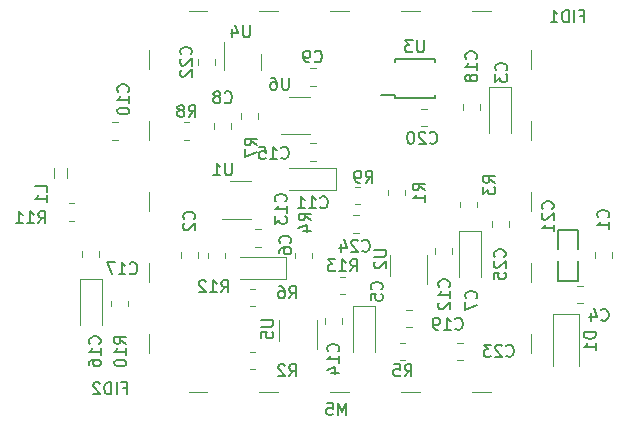
<source format=gbr>
%TF.GenerationSoftware,KiCad,Pcbnew,7.0.8-7.0.8~ubuntu23.04.1*%
%TF.CreationDate,2023-10-24T05:47:13+00:00*%
%TF.ProjectId,PCRD07,50435244-3037-42e6-9b69-6361645f7063,REV*%
%TF.SameCoordinates,PX6bb53e0PY7c5bf00*%
%TF.FileFunction,Legend,Bot*%
%TF.FilePolarity,Positive*%
%FSLAX46Y46*%
G04 Gerber Fmt 4.6, Leading zero omitted, Abs format (unit mm)*
G04 Created by KiCad (PCBNEW 7.0.8-7.0.8~ubuntu23.04.1) date 2023-10-24 05:47:13*
%MOMM*%
%LPD*%
G01*
G04 APERTURE LIST*
%ADD10C,0.150000*%
%ADD11C,0.120000*%
G04 APERTURE END LIST*
D10*
X23219580Y23915667D02*
X23267200Y23963286D01*
X23267200Y23963286D02*
X23314819Y24106143D01*
X23314819Y24106143D02*
X23314819Y24201381D01*
X23314819Y24201381D02*
X23267200Y24344238D01*
X23267200Y24344238D02*
X23171961Y24439476D01*
X23171961Y24439476D02*
X23076723Y24487095D01*
X23076723Y24487095D02*
X22886247Y24534714D01*
X22886247Y24534714D02*
X22743390Y24534714D01*
X22743390Y24534714D02*
X22552914Y24487095D01*
X22552914Y24487095D02*
X22457676Y24439476D01*
X22457676Y24439476D02*
X22362438Y24344238D01*
X22362438Y24344238D02*
X22314819Y24201381D01*
X22314819Y24201381D02*
X22314819Y24106143D01*
X22314819Y24106143D02*
X22362438Y23963286D01*
X22362438Y23963286D02*
X22410057Y23915667D01*
X22410057Y23534714D02*
X22362438Y23487095D01*
X22362438Y23487095D02*
X22314819Y23391857D01*
X22314819Y23391857D02*
X22314819Y23153762D01*
X22314819Y23153762D02*
X22362438Y23058524D01*
X22362438Y23058524D02*
X22410057Y23010905D01*
X22410057Y23010905D02*
X22505295Y22963286D01*
X22505295Y22963286D02*
X22600533Y22963286D01*
X22600533Y22963286D02*
X22743390Y23010905D01*
X22743390Y23010905D02*
X23314819Y23582333D01*
X23314819Y23582333D02*
X23314819Y22963286D01*
X38482819Y21302905D02*
X39292342Y21302905D01*
X39292342Y21302905D02*
X39387580Y21255286D01*
X39387580Y21255286D02*
X39435200Y21207667D01*
X39435200Y21207667D02*
X39482819Y21112429D01*
X39482819Y21112429D02*
X39482819Y20921953D01*
X39482819Y20921953D02*
X39435200Y20826715D01*
X39435200Y20826715D02*
X39387580Y20779096D01*
X39387580Y20779096D02*
X39292342Y20731477D01*
X39292342Y20731477D02*
X38482819Y20731477D01*
X38578057Y20302905D02*
X38530438Y20255286D01*
X38530438Y20255286D02*
X38482819Y20160048D01*
X38482819Y20160048D02*
X38482819Y19921953D01*
X38482819Y19921953D02*
X38530438Y19826715D01*
X38530438Y19826715D02*
X38578057Y19779096D01*
X38578057Y19779096D02*
X38673295Y19731477D01*
X38673295Y19731477D02*
X38768533Y19731477D01*
X38768533Y19731477D02*
X38911390Y19779096D01*
X38911390Y19779096D02*
X39482819Y20350524D01*
X39482819Y20350524D02*
X39482819Y19731477D01*
X58271580Y24042667D02*
X58319200Y24090286D01*
X58319200Y24090286D02*
X58366819Y24233143D01*
X58366819Y24233143D02*
X58366819Y24328381D01*
X58366819Y24328381D02*
X58319200Y24471238D01*
X58319200Y24471238D02*
X58223961Y24566476D01*
X58223961Y24566476D02*
X58128723Y24614095D01*
X58128723Y24614095D02*
X57938247Y24661714D01*
X57938247Y24661714D02*
X57795390Y24661714D01*
X57795390Y24661714D02*
X57604914Y24614095D01*
X57604914Y24614095D02*
X57509676Y24566476D01*
X57509676Y24566476D02*
X57414438Y24471238D01*
X57414438Y24471238D02*
X57366819Y24328381D01*
X57366819Y24328381D02*
X57366819Y24233143D01*
X57366819Y24233143D02*
X57414438Y24090286D01*
X57414438Y24090286D02*
X57462057Y24042667D01*
X58366819Y23090286D02*
X58366819Y23661714D01*
X58366819Y23376000D02*
X57366819Y23376000D01*
X57366819Y23376000D02*
X57509676Y23471238D01*
X57509676Y23471238D02*
X57604914Y23566476D01*
X57604914Y23566476D02*
X57652533Y23661714D01*
X57697666Y15388420D02*
X57745285Y15340800D01*
X57745285Y15340800D02*
X57888142Y15293181D01*
X57888142Y15293181D02*
X57983380Y15293181D01*
X57983380Y15293181D02*
X58126237Y15340800D01*
X58126237Y15340800D02*
X58221475Y15436039D01*
X58221475Y15436039D02*
X58269094Y15531277D01*
X58269094Y15531277D02*
X58316713Y15721753D01*
X58316713Y15721753D02*
X58316713Y15864610D01*
X58316713Y15864610D02*
X58269094Y16055086D01*
X58269094Y16055086D02*
X58221475Y16150324D01*
X58221475Y16150324D02*
X58126237Y16245562D01*
X58126237Y16245562D02*
X57983380Y16293181D01*
X57983380Y16293181D02*
X57888142Y16293181D01*
X57888142Y16293181D02*
X57745285Y16245562D01*
X57745285Y16245562D02*
X57697666Y16197943D01*
X56840523Y15959848D02*
X56840523Y15293181D01*
X57078618Y16340800D02*
X57316713Y15626515D01*
X57316713Y15626515D02*
X56697666Y15626515D01*
X47095580Y17184667D02*
X47143200Y17232286D01*
X47143200Y17232286D02*
X47190819Y17375143D01*
X47190819Y17375143D02*
X47190819Y17470381D01*
X47190819Y17470381D02*
X47143200Y17613238D01*
X47143200Y17613238D02*
X47047961Y17708476D01*
X47047961Y17708476D02*
X46952723Y17756095D01*
X46952723Y17756095D02*
X46762247Y17803714D01*
X46762247Y17803714D02*
X46619390Y17803714D01*
X46619390Y17803714D02*
X46428914Y17756095D01*
X46428914Y17756095D02*
X46333676Y17708476D01*
X46333676Y17708476D02*
X46238438Y17613238D01*
X46238438Y17613238D02*
X46190819Y17470381D01*
X46190819Y17470381D02*
X46190819Y17375143D01*
X46190819Y17375143D02*
X46238438Y17232286D01*
X46238438Y17232286D02*
X46286057Y17184667D01*
X46190819Y16851333D02*
X46190819Y16184667D01*
X46190819Y16184667D02*
X47190819Y16613238D01*
X25820666Y33803420D02*
X25868285Y33755800D01*
X25868285Y33755800D02*
X26011142Y33708181D01*
X26011142Y33708181D02*
X26106380Y33708181D01*
X26106380Y33708181D02*
X26249237Y33755800D01*
X26249237Y33755800D02*
X26344475Y33851039D01*
X26344475Y33851039D02*
X26392094Y33946277D01*
X26392094Y33946277D02*
X26439713Y34136753D01*
X26439713Y34136753D02*
X26439713Y34279610D01*
X26439713Y34279610D02*
X26392094Y34470086D01*
X26392094Y34470086D02*
X26344475Y34565324D01*
X26344475Y34565324D02*
X26249237Y34660562D01*
X26249237Y34660562D02*
X26106380Y34708181D01*
X26106380Y34708181D02*
X26011142Y34708181D01*
X26011142Y34708181D02*
X25868285Y34660562D01*
X25868285Y34660562D02*
X25820666Y34612943D01*
X25249237Y34279610D02*
X25344475Y34327229D01*
X25344475Y34327229D02*
X25392094Y34374848D01*
X25392094Y34374848D02*
X25439713Y34470086D01*
X25439713Y34470086D02*
X25439713Y34517705D01*
X25439713Y34517705D02*
X25392094Y34612943D01*
X25392094Y34612943D02*
X25344475Y34660562D01*
X25344475Y34660562D02*
X25249237Y34708181D01*
X25249237Y34708181D02*
X25058761Y34708181D01*
X25058761Y34708181D02*
X24963523Y34660562D01*
X24963523Y34660562D02*
X24915904Y34612943D01*
X24915904Y34612943D02*
X24868285Y34517705D01*
X24868285Y34517705D02*
X24868285Y34470086D01*
X24868285Y34470086D02*
X24915904Y34374848D01*
X24915904Y34374848D02*
X24963523Y34327229D01*
X24963523Y34327229D02*
X25058761Y34279610D01*
X25058761Y34279610D02*
X25249237Y34279610D01*
X25249237Y34279610D02*
X25344475Y34231991D01*
X25344475Y34231991D02*
X25392094Y34184372D01*
X25392094Y34184372D02*
X25439713Y34089134D01*
X25439713Y34089134D02*
X25439713Y33898658D01*
X25439713Y33898658D02*
X25392094Y33803420D01*
X25392094Y33803420D02*
X25344475Y33755800D01*
X25344475Y33755800D02*
X25249237Y33708181D01*
X25249237Y33708181D02*
X25058761Y33708181D01*
X25058761Y33708181D02*
X24963523Y33755800D01*
X24963523Y33755800D02*
X24915904Y33803420D01*
X24915904Y33803420D02*
X24868285Y33898658D01*
X24868285Y33898658D02*
X24868285Y34089134D01*
X24868285Y34089134D02*
X24915904Y34184372D01*
X24915904Y34184372D02*
X24963523Y34231991D01*
X24963523Y34231991D02*
X25058761Y34279610D01*
X33440666Y37261420D02*
X33488285Y37213800D01*
X33488285Y37213800D02*
X33631142Y37166181D01*
X33631142Y37166181D02*
X33726380Y37166181D01*
X33726380Y37166181D02*
X33869237Y37213800D01*
X33869237Y37213800D02*
X33964475Y37309039D01*
X33964475Y37309039D02*
X34012094Y37404277D01*
X34012094Y37404277D02*
X34059713Y37594753D01*
X34059713Y37594753D02*
X34059713Y37737610D01*
X34059713Y37737610D02*
X34012094Y37928086D01*
X34012094Y37928086D02*
X33964475Y38023324D01*
X33964475Y38023324D02*
X33869237Y38118562D01*
X33869237Y38118562D02*
X33726380Y38166181D01*
X33726380Y38166181D02*
X33631142Y38166181D01*
X33631142Y38166181D02*
X33488285Y38118562D01*
X33488285Y38118562D02*
X33440666Y38070943D01*
X32964475Y37166181D02*
X32773999Y37166181D01*
X32773999Y37166181D02*
X32678761Y37213800D01*
X32678761Y37213800D02*
X32631142Y37261420D01*
X32631142Y37261420D02*
X32535904Y37404277D01*
X32535904Y37404277D02*
X32488285Y37594753D01*
X32488285Y37594753D02*
X32488285Y37975705D01*
X32488285Y37975705D02*
X32535904Y38070943D01*
X32535904Y38070943D02*
X32583523Y38118562D01*
X32583523Y38118562D02*
X32678761Y38166181D01*
X32678761Y38166181D02*
X32869237Y38166181D01*
X32869237Y38166181D02*
X32964475Y38118562D01*
X32964475Y38118562D02*
X33012094Y38070943D01*
X33012094Y38070943D02*
X33059713Y37975705D01*
X33059713Y37975705D02*
X33059713Y37737610D01*
X33059713Y37737610D02*
X33012094Y37642372D01*
X33012094Y37642372D02*
X32964475Y37594753D01*
X32964475Y37594753D02*
X32869237Y37547134D01*
X32869237Y37547134D02*
X32678761Y37547134D01*
X32678761Y37547134D02*
X32583523Y37594753D01*
X32583523Y37594753D02*
X32535904Y37642372D01*
X32535904Y37642372D02*
X32488285Y37737610D01*
X44809580Y18168858D02*
X44857200Y18216477D01*
X44857200Y18216477D02*
X44904819Y18359334D01*
X44904819Y18359334D02*
X44904819Y18454572D01*
X44904819Y18454572D02*
X44857200Y18597429D01*
X44857200Y18597429D02*
X44761961Y18692667D01*
X44761961Y18692667D02*
X44666723Y18740286D01*
X44666723Y18740286D02*
X44476247Y18787905D01*
X44476247Y18787905D02*
X44333390Y18787905D01*
X44333390Y18787905D02*
X44142914Y18740286D01*
X44142914Y18740286D02*
X44047676Y18692667D01*
X44047676Y18692667D02*
X43952438Y18597429D01*
X43952438Y18597429D02*
X43904819Y18454572D01*
X43904819Y18454572D02*
X43904819Y18359334D01*
X43904819Y18359334D02*
X43952438Y18216477D01*
X43952438Y18216477D02*
X44000057Y18168858D01*
X44904819Y17216477D02*
X44904819Y17787905D01*
X44904819Y17502191D02*
X43904819Y17502191D01*
X43904819Y17502191D02*
X44047676Y17597429D01*
X44047676Y17597429D02*
X44142914Y17692667D01*
X44142914Y17692667D02*
X44190533Y17787905D01*
X44000057Y16835524D02*
X43952438Y16787905D01*
X43952438Y16787905D02*
X43904819Y16692667D01*
X43904819Y16692667D02*
X43904819Y16454572D01*
X43904819Y16454572D02*
X43952438Y16359334D01*
X43952438Y16359334D02*
X44000057Y16311715D01*
X44000057Y16311715D02*
X44095295Y16264096D01*
X44095295Y16264096D02*
X44190533Y16264096D01*
X44190533Y16264096D02*
X44333390Y16311715D01*
X44333390Y16311715D02*
X44904819Y16883143D01*
X44904819Y16883143D02*
X44904819Y16264096D01*
X30966580Y25407858D02*
X31014200Y25455477D01*
X31014200Y25455477D02*
X31061819Y25598334D01*
X31061819Y25598334D02*
X31061819Y25693572D01*
X31061819Y25693572D02*
X31014200Y25836429D01*
X31014200Y25836429D02*
X30918961Y25931667D01*
X30918961Y25931667D02*
X30823723Y25979286D01*
X30823723Y25979286D02*
X30633247Y26026905D01*
X30633247Y26026905D02*
X30490390Y26026905D01*
X30490390Y26026905D02*
X30299914Y25979286D01*
X30299914Y25979286D02*
X30204676Y25931667D01*
X30204676Y25931667D02*
X30109438Y25836429D01*
X30109438Y25836429D02*
X30061819Y25693572D01*
X30061819Y25693572D02*
X30061819Y25598334D01*
X30061819Y25598334D02*
X30109438Y25455477D01*
X30109438Y25455477D02*
X30157057Y25407858D01*
X31061819Y24455477D02*
X31061819Y25026905D01*
X31061819Y24741191D02*
X30061819Y24741191D01*
X30061819Y24741191D02*
X30204676Y24836429D01*
X30204676Y24836429D02*
X30299914Y24931667D01*
X30299914Y24931667D02*
X30347533Y25026905D01*
X30061819Y24122143D02*
X30061819Y23503096D01*
X30061819Y23503096D02*
X30442771Y23836429D01*
X30442771Y23836429D02*
X30442771Y23693572D01*
X30442771Y23693572D02*
X30490390Y23598334D01*
X30490390Y23598334D02*
X30538009Y23550715D01*
X30538009Y23550715D02*
X30633247Y23503096D01*
X30633247Y23503096D02*
X30871342Y23503096D01*
X30871342Y23503096D02*
X30966580Y23550715D01*
X30966580Y23550715D02*
X31014200Y23598334D01*
X31014200Y23598334D02*
X31061819Y23693572D01*
X31061819Y23693572D02*
X31061819Y23979286D01*
X31061819Y23979286D02*
X31014200Y24074524D01*
X31014200Y24074524D02*
X30966580Y24122143D01*
X35411580Y12707858D02*
X35459200Y12755477D01*
X35459200Y12755477D02*
X35506819Y12898334D01*
X35506819Y12898334D02*
X35506819Y12993572D01*
X35506819Y12993572D02*
X35459200Y13136429D01*
X35459200Y13136429D02*
X35363961Y13231667D01*
X35363961Y13231667D02*
X35268723Y13279286D01*
X35268723Y13279286D02*
X35078247Y13326905D01*
X35078247Y13326905D02*
X34935390Y13326905D01*
X34935390Y13326905D02*
X34744914Y13279286D01*
X34744914Y13279286D02*
X34649676Y13231667D01*
X34649676Y13231667D02*
X34554438Y13136429D01*
X34554438Y13136429D02*
X34506819Y12993572D01*
X34506819Y12993572D02*
X34506819Y12898334D01*
X34506819Y12898334D02*
X34554438Y12755477D01*
X34554438Y12755477D02*
X34602057Y12707858D01*
X35506819Y11755477D02*
X35506819Y12326905D01*
X35506819Y12041191D02*
X34506819Y12041191D01*
X34506819Y12041191D02*
X34649676Y12136429D01*
X34649676Y12136429D02*
X34744914Y12231667D01*
X34744914Y12231667D02*
X34792533Y12326905D01*
X34840152Y10898334D02*
X35506819Y10898334D01*
X34459200Y11136429D02*
X35173485Y11374524D01*
X35173485Y11374524D02*
X35173485Y10755477D01*
X45346857Y14626420D02*
X45394476Y14578800D01*
X45394476Y14578800D02*
X45537333Y14531181D01*
X45537333Y14531181D02*
X45632571Y14531181D01*
X45632571Y14531181D02*
X45775428Y14578800D01*
X45775428Y14578800D02*
X45870666Y14674039D01*
X45870666Y14674039D02*
X45918285Y14769277D01*
X45918285Y14769277D02*
X45965904Y14959753D01*
X45965904Y14959753D02*
X45965904Y15102610D01*
X45965904Y15102610D02*
X45918285Y15293086D01*
X45918285Y15293086D02*
X45870666Y15388324D01*
X45870666Y15388324D02*
X45775428Y15483562D01*
X45775428Y15483562D02*
X45632571Y15531181D01*
X45632571Y15531181D02*
X45537333Y15531181D01*
X45537333Y15531181D02*
X45394476Y15483562D01*
X45394476Y15483562D02*
X45346857Y15435943D01*
X44394476Y14531181D02*
X44965904Y14531181D01*
X44680190Y14531181D02*
X44680190Y15531181D01*
X44680190Y15531181D02*
X44775428Y15388324D01*
X44775428Y15388324D02*
X44870666Y15293086D01*
X44870666Y15293086D02*
X44965904Y15245467D01*
X43918285Y14531181D02*
X43727809Y14531181D01*
X43727809Y14531181D02*
X43632571Y14578800D01*
X43632571Y14578800D02*
X43584952Y14626420D01*
X43584952Y14626420D02*
X43489714Y14769277D01*
X43489714Y14769277D02*
X43442095Y14959753D01*
X43442095Y14959753D02*
X43442095Y15340705D01*
X43442095Y15340705D02*
X43489714Y15435943D01*
X43489714Y15435943D02*
X43537333Y15483562D01*
X43537333Y15483562D02*
X43632571Y15531181D01*
X43632571Y15531181D02*
X43823047Y15531181D01*
X43823047Y15531181D02*
X43918285Y15483562D01*
X43918285Y15483562D02*
X43965904Y15435943D01*
X43965904Y15435943D02*
X44013523Y15340705D01*
X44013523Y15340705D02*
X44013523Y15102610D01*
X44013523Y15102610D02*
X43965904Y15007372D01*
X43965904Y15007372D02*
X43918285Y14959753D01*
X43918285Y14959753D02*
X43823047Y14912134D01*
X43823047Y14912134D02*
X43632571Y14912134D01*
X43632571Y14912134D02*
X43537333Y14959753D01*
X43537333Y14959753D02*
X43489714Y15007372D01*
X43489714Y15007372D02*
X43442095Y15102610D01*
X57223819Y14327095D02*
X56223819Y14327095D01*
X56223819Y14327095D02*
X56223819Y14089000D01*
X56223819Y14089000D02*
X56271438Y13946143D01*
X56271438Y13946143D02*
X56366676Y13850905D01*
X56366676Y13850905D02*
X56461914Y13803286D01*
X56461914Y13803286D02*
X56652390Y13755667D01*
X56652390Y13755667D02*
X56795247Y13755667D01*
X56795247Y13755667D02*
X56985723Y13803286D01*
X56985723Y13803286D02*
X57080961Y13850905D01*
X57080961Y13850905D02*
X57176200Y13946143D01*
X57176200Y13946143D02*
X57223819Y14089000D01*
X57223819Y14089000D02*
X57223819Y14327095D01*
X57223819Y12803286D02*
X57223819Y13374714D01*
X57223819Y13089000D02*
X56223819Y13089000D01*
X56223819Y13089000D02*
X56366676Y13184238D01*
X56366676Y13184238D02*
X56461914Y13279476D01*
X56461914Y13279476D02*
X56509533Y13374714D01*
X42745819Y26328667D02*
X42269628Y26662000D01*
X42745819Y26900095D02*
X41745819Y26900095D01*
X41745819Y26900095D02*
X41745819Y26519143D01*
X41745819Y26519143D02*
X41793438Y26423905D01*
X41793438Y26423905D02*
X41841057Y26376286D01*
X41841057Y26376286D02*
X41936295Y26328667D01*
X41936295Y26328667D02*
X42079152Y26328667D01*
X42079152Y26328667D02*
X42174390Y26376286D01*
X42174390Y26376286D02*
X42222009Y26423905D01*
X42222009Y26423905D02*
X42269628Y26519143D01*
X42269628Y26519143D02*
X42269628Y26900095D01*
X42745819Y25376286D02*
X42745819Y25947714D01*
X42745819Y25662000D02*
X41745819Y25662000D01*
X41745819Y25662000D02*
X41888676Y25757238D01*
X41888676Y25757238D02*
X41983914Y25852476D01*
X41983914Y25852476D02*
X42031533Y25947714D01*
X48714819Y26963667D02*
X48238628Y27297000D01*
X48714819Y27535095D02*
X47714819Y27535095D01*
X47714819Y27535095D02*
X47714819Y27154143D01*
X47714819Y27154143D02*
X47762438Y27058905D01*
X47762438Y27058905D02*
X47810057Y27011286D01*
X47810057Y27011286D02*
X47905295Y26963667D01*
X47905295Y26963667D02*
X48048152Y26963667D01*
X48048152Y26963667D02*
X48143390Y27011286D01*
X48143390Y27011286D02*
X48191009Y27058905D01*
X48191009Y27058905D02*
X48238628Y27154143D01*
X48238628Y27154143D02*
X48238628Y27535095D01*
X47714819Y26630333D02*
X47714819Y26011286D01*
X47714819Y26011286D02*
X48095771Y26344619D01*
X48095771Y26344619D02*
X48095771Y26201762D01*
X48095771Y26201762D02*
X48143390Y26106524D01*
X48143390Y26106524D02*
X48191009Y26058905D01*
X48191009Y26058905D02*
X48286247Y26011286D01*
X48286247Y26011286D02*
X48524342Y26011286D01*
X48524342Y26011286D02*
X48619580Y26058905D01*
X48619580Y26058905D02*
X48667200Y26106524D01*
X48667200Y26106524D02*
X48714819Y26201762D01*
X48714819Y26201762D02*
X48714819Y26487476D01*
X48714819Y26487476D02*
X48667200Y26582714D01*
X48667200Y26582714D02*
X48619580Y26630333D01*
X33093819Y23788667D02*
X32617628Y24122000D01*
X33093819Y24360095D02*
X32093819Y24360095D01*
X32093819Y24360095D02*
X32093819Y23979143D01*
X32093819Y23979143D02*
X32141438Y23883905D01*
X32141438Y23883905D02*
X32189057Y23836286D01*
X32189057Y23836286D02*
X32284295Y23788667D01*
X32284295Y23788667D02*
X32427152Y23788667D01*
X32427152Y23788667D02*
X32522390Y23836286D01*
X32522390Y23836286D02*
X32570009Y23883905D01*
X32570009Y23883905D02*
X32617628Y23979143D01*
X32617628Y23979143D02*
X32617628Y24360095D01*
X32427152Y22931524D02*
X33093819Y22931524D01*
X32046200Y23169619D02*
X32760485Y23407714D01*
X32760485Y23407714D02*
X32760485Y22788667D01*
X41060666Y10595181D02*
X41393999Y11071372D01*
X41632094Y10595181D02*
X41632094Y11595181D01*
X41632094Y11595181D02*
X41251142Y11595181D01*
X41251142Y11595181D02*
X41155904Y11547562D01*
X41155904Y11547562D02*
X41108285Y11499943D01*
X41108285Y11499943D02*
X41060666Y11404705D01*
X41060666Y11404705D02*
X41060666Y11261848D01*
X41060666Y11261848D02*
X41108285Y11166610D01*
X41108285Y11166610D02*
X41155904Y11118991D01*
X41155904Y11118991D02*
X41251142Y11071372D01*
X41251142Y11071372D02*
X41632094Y11071372D01*
X40155904Y11595181D02*
X40632094Y11595181D01*
X40632094Y11595181D02*
X40679713Y11118991D01*
X40679713Y11118991D02*
X40632094Y11166610D01*
X40632094Y11166610D02*
X40536856Y11214229D01*
X40536856Y11214229D02*
X40298761Y11214229D01*
X40298761Y11214229D02*
X40203523Y11166610D01*
X40203523Y11166610D02*
X40155904Y11118991D01*
X40155904Y11118991D02*
X40108285Y11023753D01*
X40108285Y11023753D02*
X40108285Y10785658D01*
X40108285Y10785658D02*
X40155904Y10690420D01*
X40155904Y10690420D02*
X40203523Y10642800D01*
X40203523Y10642800D02*
X40298761Y10595181D01*
X40298761Y10595181D02*
X40536856Y10595181D01*
X40536856Y10595181D02*
X40632094Y10642800D01*
X40632094Y10642800D02*
X40679713Y10690420D01*
X25534857Y17706181D02*
X25868190Y18182372D01*
X26106285Y17706181D02*
X26106285Y18706181D01*
X26106285Y18706181D02*
X25725333Y18706181D01*
X25725333Y18706181D02*
X25630095Y18658562D01*
X25630095Y18658562D02*
X25582476Y18610943D01*
X25582476Y18610943D02*
X25534857Y18515705D01*
X25534857Y18515705D02*
X25534857Y18372848D01*
X25534857Y18372848D02*
X25582476Y18277610D01*
X25582476Y18277610D02*
X25630095Y18229991D01*
X25630095Y18229991D02*
X25725333Y18182372D01*
X25725333Y18182372D02*
X26106285Y18182372D01*
X24582476Y17706181D02*
X25153904Y17706181D01*
X24868190Y17706181D02*
X24868190Y18706181D01*
X24868190Y18706181D02*
X24963428Y18563324D01*
X24963428Y18563324D02*
X25058666Y18468086D01*
X25058666Y18468086D02*
X25153904Y18420467D01*
X24201523Y18610943D02*
X24153904Y18658562D01*
X24153904Y18658562D02*
X24058666Y18706181D01*
X24058666Y18706181D02*
X23820571Y18706181D01*
X23820571Y18706181D02*
X23725333Y18658562D01*
X23725333Y18658562D02*
X23677714Y18610943D01*
X23677714Y18610943D02*
X23630095Y18515705D01*
X23630095Y18515705D02*
X23630095Y18420467D01*
X23630095Y18420467D02*
X23677714Y18277610D01*
X23677714Y18277610D02*
X24249142Y17706181D01*
X24249142Y17706181D02*
X23630095Y17706181D01*
X36456857Y19483181D02*
X36790190Y19959372D01*
X37028285Y19483181D02*
X37028285Y20483181D01*
X37028285Y20483181D02*
X36647333Y20483181D01*
X36647333Y20483181D02*
X36552095Y20435562D01*
X36552095Y20435562D02*
X36504476Y20387943D01*
X36504476Y20387943D02*
X36456857Y20292705D01*
X36456857Y20292705D02*
X36456857Y20149848D01*
X36456857Y20149848D02*
X36504476Y20054610D01*
X36504476Y20054610D02*
X36552095Y20006991D01*
X36552095Y20006991D02*
X36647333Y19959372D01*
X36647333Y19959372D02*
X37028285Y19959372D01*
X35504476Y19483181D02*
X36075904Y19483181D01*
X35790190Y19483181D02*
X35790190Y20483181D01*
X35790190Y20483181D02*
X35885428Y20340324D01*
X35885428Y20340324D02*
X35980666Y20245086D01*
X35980666Y20245086D02*
X36075904Y20197467D01*
X35171142Y20483181D02*
X34552095Y20483181D01*
X34552095Y20483181D02*
X34885428Y20102229D01*
X34885428Y20102229D02*
X34742571Y20102229D01*
X34742571Y20102229D02*
X34647333Y20054610D01*
X34647333Y20054610D02*
X34599714Y20006991D01*
X34599714Y20006991D02*
X34552095Y19911753D01*
X34552095Y19911753D02*
X34552095Y19673658D01*
X34552095Y19673658D02*
X34599714Y19578420D01*
X34599714Y19578420D02*
X34647333Y19530800D01*
X34647333Y19530800D02*
X34742571Y19483181D01*
X34742571Y19483181D02*
X35028285Y19483181D01*
X35028285Y19483181D02*
X35123523Y19530800D01*
X35123523Y19530800D02*
X35171142Y19578420D01*
X53572580Y24772858D02*
X53620200Y24820477D01*
X53620200Y24820477D02*
X53667819Y24963334D01*
X53667819Y24963334D02*
X53667819Y25058572D01*
X53667819Y25058572D02*
X53620200Y25201429D01*
X53620200Y25201429D02*
X53524961Y25296667D01*
X53524961Y25296667D02*
X53429723Y25344286D01*
X53429723Y25344286D02*
X53239247Y25391905D01*
X53239247Y25391905D02*
X53096390Y25391905D01*
X53096390Y25391905D02*
X52905914Y25344286D01*
X52905914Y25344286D02*
X52810676Y25296667D01*
X52810676Y25296667D02*
X52715438Y25201429D01*
X52715438Y25201429D02*
X52667819Y25058572D01*
X52667819Y25058572D02*
X52667819Y24963334D01*
X52667819Y24963334D02*
X52715438Y24820477D01*
X52715438Y24820477D02*
X52763057Y24772858D01*
X52763057Y24391905D02*
X52715438Y24344286D01*
X52715438Y24344286D02*
X52667819Y24249048D01*
X52667819Y24249048D02*
X52667819Y24010953D01*
X52667819Y24010953D02*
X52715438Y23915715D01*
X52715438Y23915715D02*
X52763057Y23868096D01*
X52763057Y23868096D02*
X52858295Y23820477D01*
X52858295Y23820477D02*
X52953533Y23820477D01*
X52953533Y23820477D02*
X53096390Y23868096D01*
X53096390Y23868096D02*
X53667819Y24439524D01*
X53667819Y24439524D02*
X53667819Y23820477D01*
X53667819Y22868096D02*
X53667819Y23439524D01*
X53667819Y23153810D02*
X52667819Y23153810D01*
X52667819Y23153810D02*
X52810676Y23249048D01*
X52810676Y23249048D02*
X52905914Y23344286D01*
X52905914Y23344286D02*
X52953533Y23439524D01*
X36089523Y7317181D02*
X36089523Y8317181D01*
X36089523Y8317181D02*
X35756190Y7602896D01*
X35756190Y7602896D02*
X35422857Y8317181D01*
X35422857Y8317181D02*
X35422857Y7317181D01*
X34470476Y8317181D02*
X34946666Y8317181D01*
X34946666Y8317181D02*
X34994285Y7840991D01*
X34994285Y7840991D02*
X34946666Y7888610D01*
X34946666Y7888610D02*
X34851428Y7936229D01*
X34851428Y7936229D02*
X34613333Y7936229D01*
X34613333Y7936229D02*
X34518095Y7888610D01*
X34518095Y7888610D02*
X34470476Y7840991D01*
X34470476Y7840991D02*
X34422857Y7745753D01*
X34422857Y7745753D02*
X34422857Y7507658D01*
X34422857Y7507658D02*
X34470476Y7412420D01*
X34470476Y7412420D02*
X34518095Y7364800D01*
X34518095Y7364800D02*
X34613333Y7317181D01*
X34613333Y7317181D02*
X34851428Y7317181D01*
X34851428Y7317181D02*
X34946666Y7364800D01*
X34946666Y7364800D02*
X34994285Y7412420D01*
X28918819Y15366905D02*
X29728342Y15366905D01*
X29728342Y15366905D02*
X29823580Y15319286D01*
X29823580Y15319286D02*
X29871200Y15271667D01*
X29871200Y15271667D02*
X29918819Y15176429D01*
X29918819Y15176429D02*
X29918819Y14985953D01*
X29918819Y14985953D02*
X29871200Y14890715D01*
X29871200Y14890715D02*
X29823580Y14843096D01*
X29823580Y14843096D02*
X29728342Y14795477D01*
X29728342Y14795477D02*
X28918819Y14795477D01*
X28918819Y13843096D02*
X28918819Y14319286D01*
X28918819Y14319286D02*
X29395009Y14366905D01*
X29395009Y14366905D02*
X29347390Y14319286D01*
X29347390Y14319286D02*
X29299771Y14224048D01*
X29299771Y14224048D02*
X29299771Y13985953D01*
X29299771Y13985953D02*
X29347390Y13890715D01*
X29347390Y13890715D02*
X29395009Y13843096D01*
X29395009Y13843096D02*
X29490247Y13795477D01*
X29490247Y13795477D02*
X29728342Y13795477D01*
X29728342Y13795477D02*
X29823580Y13843096D01*
X29823580Y13843096D02*
X29871200Y13890715D01*
X29871200Y13890715D02*
X29918819Y13985953D01*
X29918819Y13985953D02*
X29918819Y14224048D01*
X29918819Y14224048D02*
X29871200Y14319286D01*
X29871200Y14319286D02*
X29823580Y14366905D01*
X26415904Y28622181D02*
X26415904Y27812658D01*
X26415904Y27812658D02*
X26368285Y27717420D01*
X26368285Y27717420D02*
X26320666Y27669800D01*
X26320666Y27669800D02*
X26225428Y27622181D01*
X26225428Y27622181D02*
X26034952Y27622181D01*
X26034952Y27622181D02*
X25939714Y27669800D01*
X25939714Y27669800D02*
X25892095Y27717420D01*
X25892095Y27717420D02*
X25844476Y27812658D01*
X25844476Y27812658D02*
X25844476Y28622181D01*
X24844476Y27622181D02*
X25415904Y27622181D01*
X25130190Y27622181D02*
X25130190Y28622181D01*
X25130190Y28622181D02*
X25225428Y28479324D01*
X25225428Y28479324D02*
X25320666Y28384086D01*
X25320666Y28384086D02*
X25415904Y28336467D01*
X47095580Y37472858D02*
X47143200Y37520477D01*
X47143200Y37520477D02*
X47190819Y37663334D01*
X47190819Y37663334D02*
X47190819Y37758572D01*
X47190819Y37758572D02*
X47143200Y37901429D01*
X47143200Y37901429D02*
X47047961Y37996667D01*
X47047961Y37996667D02*
X46952723Y38044286D01*
X46952723Y38044286D02*
X46762247Y38091905D01*
X46762247Y38091905D02*
X46619390Y38091905D01*
X46619390Y38091905D02*
X46428914Y38044286D01*
X46428914Y38044286D02*
X46333676Y37996667D01*
X46333676Y37996667D02*
X46238438Y37901429D01*
X46238438Y37901429D02*
X46190819Y37758572D01*
X46190819Y37758572D02*
X46190819Y37663334D01*
X46190819Y37663334D02*
X46238438Y37520477D01*
X46238438Y37520477D02*
X46286057Y37472858D01*
X47190819Y36520477D02*
X47190819Y37091905D01*
X47190819Y36806191D02*
X46190819Y36806191D01*
X46190819Y36806191D02*
X46333676Y36901429D01*
X46333676Y36901429D02*
X46428914Y36996667D01*
X46428914Y36996667D02*
X46476533Y37091905D01*
X46619390Y35949048D02*
X46571771Y36044286D01*
X46571771Y36044286D02*
X46524152Y36091905D01*
X46524152Y36091905D02*
X46428914Y36139524D01*
X46428914Y36139524D02*
X46381295Y36139524D01*
X46381295Y36139524D02*
X46286057Y36091905D01*
X46286057Y36091905D02*
X46238438Y36044286D01*
X46238438Y36044286D02*
X46190819Y35949048D01*
X46190819Y35949048D02*
X46190819Y35758572D01*
X46190819Y35758572D02*
X46238438Y35663334D01*
X46238438Y35663334D02*
X46286057Y35615715D01*
X46286057Y35615715D02*
X46381295Y35568096D01*
X46381295Y35568096D02*
X46428914Y35568096D01*
X46428914Y35568096D02*
X46524152Y35615715D01*
X46524152Y35615715D02*
X46571771Y35663334D01*
X46571771Y35663334D02*
X46619390Y35758572D01*
X46619390Y35758572D02*
X46619390Y35949048D01*
X46619390Y35949048D02*
X46667009Y36044286D01*
X46667009Y36044286D02*
X46714628Y36091905D01*
X46714628Y36091905D02*
X46809866Y36139524D01*
X46809866Y36139524D02*
X47000342Y36139524D01*
X47000342Y36139524D02*
X47095580Y36091905D01*
X47095580Y36091905D02*
X47143200Y36044286D01*
X47143200Y36044286D02*
X47190819Y35949048D01*
X47190819Y35949048D02*
X47190819Y35758572D01*
X47190819Y35758572D02*
X47143200Y35663334D01*
X47143200Y35663334D02*
X47095580Y35615715D01*
X47095580Y35615715D02*
X47000342Y35568096D01*
X47000342Y35568096D02*
X46809866Y35568096D01*
X46809866Y35568096D02*
X46714628Y35615715D01*
X46714628Y35615715D02*
X46667009Y35663334D01*
X46667009Y35663334D02*
X46619390Y35758572D01*
X33916857Y24913420D02*
X33964476Y24865800D01*
X33964476Y24865800D02*
X34107333Y24818181D01*
X34107333Y24818181D02*
X34202571Y24818181D01*
X34202571Y24818181D02*
X34345428Y24865800D01*
X34345428Y24865800D02*
X34440666Y24961039D01*
X34440666Y24961039D02*
X34488285Y25056277D01*
X34488285Y25056277D02*
X34535904Y25246753D01*
X34535904Y25246753D02*
X34535904Y25389610D01*
X34535904Y25389610D02*
X34488285Y25580086D01*
X34488285Y25580086D02*
X34440666Y25675324D01*
X34440666Y25675324D02*
X34345428Y25770562D01*
X34345428Y25770562D02*
X34202571Y25818181D01*
X34202571Y25818181D02*
X34107333Y25818181D01*
X34107333Y25818181D02*
X33964476Y25770562D01*
X33964476Y25770562D02*
X33916857Y25722943D01*
X32964476Y24818181D02*
X33535904Y24818181D01*
X33250190Y24818181D02*
X33250190Y25818181D01*
X33250190Y25818181D02*
X33345428Y25675324D01*
X33345428Y25675324D02*
X33440666Y25580086D01*
X33440666Y25580086D02*
X33535904Y25532467D01*
X32012095Y24818181D02*
X32583523Y24818181D01*
X32297809Y24818181D02*
X32297809Y25818181D01*
X32297809Y25818181D02*
X32393047Y25675324D01*
X32393047Y25675324D02*
X32488285Y25580086D01*
X32488285Y25580086D02*
X32583523Y25532467D01*
X43187857Y30374420D02*
X43235476Y30326800D01*
X43235476Y30326800D02*
X43378333Y30279181D01*
X43378333Y30279181D02*
X43473571Y30279181D01*
X43473571Y30279181D02*
X43616428Y30326800D01*
X43616428Y30326800D02*
X43711666Y30422039D01*
X43711666Y30422039D02*
X43759285Y30517277D01*
X43759285Y30517277D02*
X43806904Y30707753D01*
X43806904Y30707753D02*
X43806904Y30850610D01*
X43806904Y30850610D02*
X43759285Y31041086D01*
X43759285Y31041086D02*
X43711666Y31136324D01*
X43711666Y31136324D02*
X43616428Y31231562D01*
X43616428Y31231562D02*
X43473571Y31279181D01*
X43473571Y31279181D02*
X43378333Y31279181D01*
X43378333Y31279181D02*
X43235476Y31231562D01*
X43235476Y31231562D02*
X43187857Y31183943D01*
X42806904Y31183943D02*
X42759285Y31231562D01*
X42759285Y31231562D02*
X42664047Y31279181D01*
X42664047Y31279181D02*
X42425952Y31279181D01*
X42425952Y31279181D02*
X42330714Y31231562D01*
X42330714Y31231562D02*
X42283095Y31183943D01*
X42283095Y31183943D02*
X42235476Y31088705D01*
X42235476Y31088705D02*
X42235476Y30993467D01*
X42235476Y30993467D02*
X42283095Y30850610D01*
X42283095Y30850610D02*
X42854523Y30279181D01*
X42854523Y30279181D02*
X42235476Y30279181D01*
X41616428Y31279181D02*
X41521190Y31279181D01*
X41521190Y31279181D02*
X41425952Y31231562D01*
X41425952Y31231562D02*
X41378333Y31183943D01*
X41378333Y31183943D02*
X41330714Y31088705D01*
X41330714Y31088705D02*
X41283095Y30898229D01*
X41283095Y30898229D02*
X41283095Y30660134D01*
X41283095Y30660134D02*
X41330714Y30469658D01*
X41330714Y30469658D02*
X41378333Y30374420D01*
X41378333Y30374420D02*
X41425952Y30326800D01*
X41425952Y30326800D02*
X41521190Y30279181D01*
X41521190Y30279181D02*
X41616428Y30279181D01*
X41616428Y30279181D02*
X41711666Y30326800D01*
X41711666Y30326800D02*
X41759285Y30374420D01*
X41759285Y30374420D02*
X41806904Y30469658D01*
X41806904Y30469658D02*
X41854523Y30660134D01*
X41854523Y30660134D02*
X41854523Y30898229D01*
X41854523Y30898229D02*
X41806904Y31088705D01*
X41806904Y31088705D02*
X41759285Y31183943D01*
X41759285Y31183943D02*
X41711666Y31231562D01*
X41711666Y31231562D02*
X41616428Y31279181D01*
X10040857Y23548181D02*
X10374190Y24024372D01*
X10612285Y23548181D02*
X10612285Y24548181D01*
X10612285Y24548181D02*
X10231333Y24548181D01*
X10231333Y24548181D02*
X10136095Y24500562D01*
X10136095Y24500562D02*
X10088476Y24452943D01*
X10088476Y24452943D02*
X10040857Y24357705D01*
X10040857Y24357705D02*
X10040857Y24214848D01*
X10040857Y24214848D02*
X10088476Y24119610D01*
X10088476Y24119610D02*
X10136095Y24071991D01*
X10136095Y24071991D02*
X10231333Y24024372D01*
X10231333Y24024372D02*
X10612285Y24024372D01*
X9088476Y23548181D02*
X9659904Y23548181D01*
X9374190Y23548181D02*
X9374190Y24548181D01*
X9374190Y24548181D02*
X9469428Y24405324D01*
X9469428Y24405324D02*
X9564666Y24310086D01*
X9564666Y24310086D02*
X9659904Y24262467D01*
X8136095Y23548181D02*
X8707523Y23548181D01*
X8421809Y23548181D02*
X8421809Y24548181D01*
X8421809Y24548181D02*
X8517047Y24405324D01*
X8517047Y24405324D02*
X8612285Y24310086D01*
X8612285Y24310086D02*
X8707523Y24262467D01*
X39094580Y17946667D02*
X39142200Y17994286D01*
X39142200Y17994286D02*
X39189819Y18137143D01*
X39189819Y18137143D02*
X39189819Y18232381D01*
X39189819Y18232381D02*
X39142200Y18375238D01*
X39142200Y18375238D02*
X39046961Y18470476D01*
X39046961Y18470476D02*
X38951723Y18518095D01*
X38951723Y18518095D02*
X38761247Y18565714D01*
X38761247Y18565714D02*
X38618390Y18565714D01*
X38618390Y18565714D02*
X38427914Y18518095D01*
X38427914Y18518095D02*
X38332676Y18470476D01*
X38332676Y18470476D02*
X38237438Y18375238D01*
X38237438Y18375238D02*
X38189819Y18232381D01*
X38189819Y18232381D02*
X38189819Y18137143D01*
X38189819Y18137143D02*
X38237438Y17994286D01*
X38237438Y17994286D02*
X38285057Y17946667D01*
X38189819Y17041905D02*
X38189819Y17518095D01*
X38189819Y17518095D02*
X38666009Y17565714D01*
X38666009Y17565714D02*
X38618390Y17518095D01*
X38618390Y17518095D02*
X38570771Y17422857D01*
X38570771Y17422857D02*
X38570771Y17184762D01*
X38570771Y17184762D02*
X38618390Y17089524D01*
X38618390Y17089524D02*
X38666009Y17041905D01*
X38666009Y17041905D02*
X38761247Y16994286D01*
X38761247Y16994286D02*
X38999342Y16994286D01*
X38999342Y16994286D02*
X39094580Y17041905D01*
X39094580Y17041905D02*
X39142200Y17089524D01*
X39142200Y17089524D02*
X39189819Y17184762D01*
X39189819Y17184762D02*
X39189819Y17422857D01*
X39189819Y17422857D02*
X39142200Y17518095D01*
X39142200Y17518095D02*
X39094580Y17565714D01*
X42671904Y39026181D02*
X42671904Y38216658D01*
X42671904Y38216658D02*
X42624285Y38121420D01*
X42624285Y38121420D02*
X42576666Y38073800D01*
X42576666Y38073800D02*
X42481428Y38026181D01*
X42481428Y38026181D02*
X42290952Y38026181D01*
X42290952Y38026181D02*
X42195714Y38073800D01*
X42195714Y38073800D02*
X42148095Y38121420D01*
X42148095Y38121420D02*
X42100476Y38216658D01*
X42100476Y38216658D02*
X42100476Y39026181D01*
X41719523Y39026181D02*
X41100476Y39026181D01*
X41100476Y39026181D02*
X41433809Y38645229D01*
X41433809Y38645229D02*
X41290952Y38645229D01*
X41290952Y38645229D02*
X41195714Y38597610D01*
X41195714Y38597610D02*
X41148095Y38549991D01*
X41148095Y38549991D02*
X41100476Y38454753D01*
X41100476Y38454753D02*
X41100476Y38216658D01*
X41100476Y38216658D02*
X41148095Y38121420D01*
X41148095Y38121420D02*
X41195714Y38073800D01*
X41195714Y38073800D02*
X41290952Y38026181D01*
X41290952Y38026181D02*
X41576666Y38026181D01*
X41576666Y38026181D02*
X41671904Y38073800D01*
X41671904Y38073800D02*
X41719523Y38121420D01*
X31281666Y17198181D02*
X31614999Y17674372D01*
X31853094Y17198181D02*
X31853094Y18198181D01*
X31853094Y18198181D02*
X31472142Y18198181D01*
X31472142Y18198181D02*
X31376904Y18150562D01*
X31376904Y18150562D02*
X31329285Y18102943D01*
X31329285Y18102943D02*
X31281666Y18007705D01*
X31281666Y18007705D02*
X31281666Y17864848D01*
X31281666Y17864848D02*
X31329285Y17769610D01*
X31329285Y17769610D02*
X31376904Y17721991D01*
X31376904Y17721991D02*
X31472142Y17674372D01*
X31472142Y17674372D02*
X31853094Y17674372D01*
X30424523Y18198181D02*
X30614999Y18198181D01*
X30614999Y18198181D02*
X30710237Y18150562D01*
X30710237Y18150562D02*
X30757856Y18102943D01*
X30757856Y18102943D02*
X30853094Y17960086D01*
X30853094Y17960086D02*
X30900713Y17769610D01*
X30900713Y17769610D02*
X30900713Y17388658D01*
X30900713Y17388658D02*
X30853094Y17293420D01*
X30853094Y17293420D02*
X30805475Y17245800D01*
X30805475Y17245800D02*
X30710237Y17198181D01*
X30710237Y17198181D02*
X30519761Y17198181D01*
X30519761Y17198181D02*
X30424523Y17245800D01*
X30424523Y17245800D02*
X30376904Y17293420D01*
X30376904Y17293420D02*
X30329285Y17388658D01*
X30329285Y17388658D02*
X30329285Y17626753D01*
X30329285Y17626753D02*
X30376904Y17721991D01*
X30376904Y17721991D02*
X30424523Y17769610D01*
X30424523Y17769610D02*
X30519761Y17817229D01*
X30519761Y17817229D02*
X30710237Y17817229D01*
X30710237Y17817229D02*
X30805475Y17769610D01*
X30805475Y17769610D02*
X30853094Y17721991D01*
X30853094Y17721991D02*
X30900713Y17626753D01*
X27939904Y40296181D02*
X27939904Y39486658D01*
X27939904Y39486658D02*
X27892285Y39391420D01*
X27892285Y39391420D02*
X27844666Y39343800D01*
X27844666Y39343800D02*
X27749428Y39296181D01*
X27749428Y39296181D02*
X27558952Y39296181D01*
X27558952Y39296181D02*
X27463714Y39343800D01*
X27463714Y39343800D02*
X27416095Y39391420D01*
X27416095Y39391420D02*
X27368476Y39486658D01*
X27368476Y39486658D02*
X27368476Y40296181D01*
X26463714Y39962848D02*
X26463714Y39296181D01*
X26701809Y40343800D02*
X26939904Y39629515D01*
X26939904Y39629515D02*
X26320857Y39629515D01*
X31347580Y21883667D02*
X31395200Y21931286D01*
X31395200Y21931286D02*
X31442819Y22074143D01*
X31442819Y22074143D02*
X31442819Y22169381D01*
X31442819Y22169381D02*
X31395200Y22312238D01*
X31395200Y22312238D02*
X31299961Y22407476D01*
X31299961Y22407476D02*
X31204723Y22455095D01*
X31204723Y22455095D02*
X31014247Y22502714D01*
X31014247Y22502714D02*
X30871390Y22502714D01*
X30871390Y22502714D02*
X30680914Y22455095D01*
X30680914Y22455095D02*
X30585676Y22407476D01*
X30585676Y22407476D02*
X30490438Y22312238D01*
X30490438Y22312238D02*
X30442819Y22169381D01*
X30442819Y22169381D02*
X30442819Y22074143D01*
X30442819Y22074143D02*
X30490438Y21931286D01*
X30490438Y21931286D02*
X30538057Y21883667D01*
X30442819Y21026524D02*
X30442819Y21217000D01*
X30442819Y21217000D02*
X30490438Y21312238D01*
X30490438Y21312238D02*
X30538057Y21359857D01*
X30538057Y21359857D02*
X30680914Y21455095D01*
X30680914Y21455095D02*
X30871390Y21502714D01*
X30871390Y21502714D02*
X31252342Y21502714D01*
X31252342Y21502714D02*
X31347580Y21455095D01*
X31347580Y21455095D02*
X31395200Y21407476D01*
X31395200Y21407476D02*
X31442819Y21312238D01*
X31442819Y21312238D02*
X31442819Y21121762D01*
X31442819Y21121762D02*
X31395200Y21026524D01*
X31395200Y21026524D02*
X31347580Y20978905D01*
X31347580Y20978905D02*
X31252342Y20931286D01*
X31252342Y20931286D02*
X31014247Y20931286D01*
X31014247Y20931286D02*
X30919009Y20978905D01*
X30919009Y20978905D02*
X30871390Y21026524D01*
X30871390Y21026524D02*
X30823771Y21121762D01*
X30823771Y21121762D02*
X30823771Y21312238D01*
X30823771Y21312238D02*
X30871390Y21407476D01*
X30871390Y21407476D02*
X30919009Y21455095D01*
X30919009Y21455095D02*
X31014247Y21502714D01*
X17787857Y19325420D02*
X17835476Y19277800D01*
X17835476Y19277800D02*
X17978333Y19230181D01*
X17978333Y19230181D02*
X18073571Y19230181D01*
X18073571Y19230181D02*
X18216428Y19277800D01*
X18216428Y19277800D02*
X18311666Y19373039D01*
X18311666Y19373039D02*
X18359285Y19468277D01*
X18359285Y19468277D02*
X18406904Y19658753D01*
X18406904Y19658753D02*
X18406904Y19801610D01*
X18406904Y19801610D02*
X18359285Y19992086D01*
X18359285Y19992086D02*
X18311666Y20087324D01*
X18311666Y20087324D02*
X18216428Y20182562D01*
X18216428Y20182562D02*
X18073571Y20230181D01*
X18073571Y20230181D02*
X17978333Y20230181D01*
X17978333Y20230181D02*
X17835476Y20182562D01*
X17835476Y20182562D02*
X17787857Y20134943D01*
X16835476Y19230181D02*
X17406904Y19230181D01*
X17121190Y19230181D02*
X17121190Y20230181D01*
X17121190Y20230181D02*
X17216428Y20087324D01*
X17216428Y20087324D02*
X17311666Y19992086D01*
X17311666Y19992086D02*
X17406904Y19944467D01*
X16502142Y20230181D02*
X15835476Y20230181D01*
X15835476Y20230181D02*
X16264047Y19230181D01*
X30614857Y29104420D02*
X30662476Y29056800D01*
X30662476Y29056800D02*
X30805333Y29009181D01*
X30805333Y29009181D02*
X30900571Y29009181D01*
X30900571Y29009181D02*
X31043428Y29056800D01*
X31043428Y29056800D02*
X31138666Y29152039D01*
X31138666Y29152039D02*
X31186285Y29247277D01*
X31186285Y29247277D02*
X31233904Y29437753D01*
X31233904Y29437753D02*
X31233904Y29580610D01*
X31233904Y29580610D02*
X31186285Y29771086D01*
X31186285Y29771086D02*
X31138666Y29866324D01*
X31138666Y29866324D02*
X31043428Y29961562D01*
X31043428Y29961562D02*
X30900571Y30009181D01*
X30900571Y30009181D02*
X30805333Y30009181D01*
X30805333Y30009181D02*
X30662476Y29961562D01*
X30662476Y29961562D02*
X30614857Y29913943D01*
X29662476Y29009181D02*
X30233904Y29009181D01*
X29948190Y29009181D02*
X29948190Y30009181D01*
X29948190Y30009181D02*
X30043428Y29866324D01*
X30043428Y29866324D02*
X30138666Y29771086D01*
X30138666Y29771086D02*
X30233904Y29723467D01*
X28757714Y30009181D02*
X29233904Y30009181D01*
X29233904Y30009181D02*
X29281523Y29532991D01*
X29281523Y29532991D02*
X29233904Y29580610D01*
X29233904Y29580610D02*
X29138666Y29628229D01*
X29138666Y29628229D02*
X28900571Y29628229D01*
X28900571Y29628229D02*
X28805333Y29580610D01*
X28805333Y29580610D02*
X28757714Y29532991D01*
X28757714Y29532991D02*
X28710095Y29437753D01*
X28710095Y29437753D02*
X28710095Y29199658D01*
X28710095Y29199658D02*
X28757714Y29104420D01*
X28757714Y29104420D02*
X28805333Y29056800D01*
X28805333Y29056800D02*
X28900571Y29009181D01*
X28900571Y29009181D02*
X29138666Y29009181D01*
X29138666Y29009181D02*
X29233904Y29056800D01*
X29233904Y29056800D02*
X29281523Y29104420D01*
X22936580Y37853858D02*
X22984200Y37901477D01*
X22984200Y37901477D02*
X23031819Y38044334D01*
X23031819Y38044334D02*
X23031819Y38139572D01*
X23031819Y38139572D02*
X22984200Y38282429D01*
X22984200Y38282429D02*
X22888961Y38377667D01*
X22888961Y38377667D02*
X22793723Y38425286D01*
X22793723Y38425286D02*
X22603247Y38472905D01*
X22603247Y38472905D02*
X22460390Y38472905D01*
X22460390Y38472905D02*
X22269914Y38425286D01*
X22269914Y38425286D02*
X22174676Y38377667D01*
X22174676Y38377667D02*
X22079438Y38282429D01*
X22079438Y38282429D02*
X22031819Y38139572D01*
X22031819Y38139572D02*
X22031819Y38044334D01*
X22031819Y38044334D02*
X22079438Y37901477D01*
X22079438Y37901477D02*
X22127057Y37853858D01*
X22127057Y37472905D02*
X22079438Y37425286D01*
X22079438Y37425286D02*
X22031819Y37330048D01*
X22031819Y37330048D02*
X22031819Y37091953D01*
X22031819Y37091953D02*
X22079438Y36996715D01*
X22079438Y36996715D02*
X22127057Y36949096D01*
X22127057Y36949096D02*
X22222295Y36901477D01*
X22222295Y36901477D02*
X22317533Y36901477D01*
X22317533Y36901477D02*
X22460390Y36949096D01*
X22460390Y36949096D02*
X23031819Y37520524D01*
X23031819Y37520524D02*
X23031819Y36901477D01*
X22127057Y36520524D02*
X22079438Y36472905D01*
X22079438Y36472905D02*
X22031819Y36377667D01*
X22031819Y36377667D02*
X22031819Y36139572D01*
X22031819Y36139572D02*
X22079438Y36044334D01*
X22079438Y36044334D02*
X22127057Y35996715D01*
X22127057Y35996715D02*
X22222295Y35949096D01*
X22222295Y35949096D02*
X22317533Y35949096D01*
X22317533Y35949096D02*
X22460390Y35996715D01*
X22460390Y35996715D02*
X23031819Y36568143D01*
X23031819Y36568143D02*
X23031819Y35949096D01*
X37758666Y26977181D02*
X38091999Y27453372D01*
X38330094Y26977181D02*
X38330094Y27977181D01*
X38330094Y27977181D02*
X37949142Y27977181D01*
X37949142Y27977181D02*
X37853904Y27929562D01*
X37853904Y27929562D02*
X37806285Y27881943D01*
X37806285Y27881943D02*
X37758666Y27786705D01*
X37758666Y27786705D02*
X37758666Y27643848D01*
X37758666Y27643848D02*
X37806285Y27548610D01*
X37806285Y27548610D02*
X37853904Y27500991D01*
X37853904Y27500991D02*
X37949142Y27453372D01*
X37949142Y27453372D02*
X38330094Y27453372D01*
X37282475Y26977181D02*
X37091999Y26977181D01*
X37091999Y26977181D02*
X36996761Y27024800D01*
X36996761Y27024800D02*
X36949142Y27072420D01*
X36949142Y27072420D02*
X36853904Y27215277D01*
X36853904Y27215277D02*
X36806285Y27405753D01*
X36806285Y27405753D02*
X36806285Y27786705D01*
X36806285Y27786705D02*
X36853904Y27881943D01*
X36853904Y27881943D02*
X36901523Y27929562D01*
X36901523Y27929562D02*
X36996761Y27977181D01*
X36996761Y27977181D02*
X37187237Y27977181D01*
X37187237Y27977181D02*
X37282475Y27929562D01*
X37282475Y27929562D02*
X37330094Y27881943D01*
X37330094Y27881943D02*
X37377713Y27786705D01*
X37377713Y27786705D02*
X37377713Y27548610D01*
X37377713Y27548610D02*
X37330094Y27453372D01*
X37330094Y27453372D02*
X37282475Y27405753D01*
X37282475Y27405753D02*
X37187237Y27358134D01*
X37187237Y27358134D02*
X36996761Y27358134D01*
X36996761Y27358134D02*
X36901523Y27405753D01*
X36901523Y27405753D02*
X36853904Y27453372D01*
X36853904Y27453372D02*
X36806285Y27548610D01*
X22772666Y32564181D02*
X23105999Y33040372D01*
X23344094Y32564181D02*
X23344094Y33564181D01*
X23344094Y33564181D02*
X22963142Y33564181D01*
X22963142Y33564181D02*
X22867904Y33516562D01*
X22867904Y33516562D02*
X22820285Y33468943D01*
X22820285Y33468943D02*
X22772666Y33373705D01*
X22772666Y33373705D02*
X22772666Y33230848D01*
X22772666Y33230848D02*
X22820285Y33135610D01*
X22820285Y33135610D02*
X22867904Y33087991D01*
X22867904Y33087991D02*
X22963142Y33040372D01*
X22963142Y33040372D02*
X23344094Y33040372D01*
X22201237Y33135610D02*
X22296475Y33183229D01*
X22296475Y33183229D02*
X22344094Y33230848D01*
X22344094Y33230848D02*
X22391713Y33326086D01*
X22391713Y33326086D02*
X22391713Y33373705D01*
X22391713Y33373705D02*
X22344094Y33468943D01*
X22344094Y33468943D02*
X22296475Y33516562D01*
X22296475Y33516562D02*
X22201237Y33564181D01*
X22201237Y33564181D02*
X22010761Y33564181D01*
X22010761Y33564181D02*
X21915523Y33516562D01*
X21915523Y33516562D02*
X21867904Y33468943D01*
X21867904Y33468943D02*
X21820285Y33373705D01*
X21820285Y33373705D02*
X21820285Y33326086D01*
X21820285Y33326086D02*
X21867904Y33230848D01*
X21867904Y33230848D02*
X21915523Y33183229D01*
X21915523Y33183229D02*
X22010761Y33135610D01*
X22010761Y33135610D02*
X22201237Y33135610D01*
X22201237Y33135610D02*
X22296475Y33087991D01*
X22296475Y33087991D02*
X22344094Y33040372D01*
X22344094Y33040372D02*
X22391713Y32945134D01*
X22391713Y32945134D02*
X22391713Y32754658D01*
X22391713Y32754658D02*
X22344094Y32659420D01*
X22344094Y32659420D02*
X22296475Y32611800D01*
X22296475Y32611800D02*
X22201237Y32564181D01*
X22201237Y32564181D02*
X22010761Y32564181D01*
X22010761Y32564181D02*
X21915523Y32611800D01*
X21915523Y32611800D02*
X21867904Y32659420D01*
X21867904Y32659420D02*
X21820285Y32754658D01*
X21820285Y32754658D02*
X21820285Y32945134D01*
X21820285Y32945134D02*
X21867904Y33040372D01*
X21867904Y33040372D02*
X21915523Y33087991D01*
X21915523Y33087991D02*
X22010761Y33135610D01*
X49635580Y36488667D02*
X49683200Y36536286D01*
X49683200Y36536286D02*
X49730819Y36679143D01*
X49730819Y36679143D02*
X49730819Y36774381D01*
X49730819Y36774381D02*
X49683200Y36917238D01*
X49683200Y36917238D02*
X49587961Y37012476D01*
X49587961Y37012476D02*
X49492723Y37060095D01*
X49492723Y37060095D02*
X49302247Y37107714D01*
X49302247Y37107714D02*
X49159390Y37107714D01*
X49159390Y37107714D02*
X48968914Y37060095D01*
X48968914Y37060095D02*
X48873676Y37012476D01*
X48873676Y37012476D02*
X48778438Y36917238D01*
X48778438Y36917238D02*
X48730819Y36774381D01*
X48730819Y36774381D02*
X48730819Y36679143D01*
X48730819Y36679143D02*
X48778438Y36536286D01*
X48778438Y36536286D02*
X48826057Y36488667D01*
X48730819Y36155333D02*
X48730819Y35536286D01*
X48730819Y35536286D02*
X49111771Y35869619D01*
X49111771Y35869619D02*
X49111771Y35726762D01*
X49111771Y35726762D02*
X49159390Y35631524D01*
X49159390Y35631524D02*
X49207009Y35583905D01*
X49207009Y35583905D02*
X49302247Y35536286D01*
X49302247Y35536286D02*
X49540342Y35536286D01*
X49540342Y35536286D02*
X49635580Y35583905D01*
X49635580Y35583905D02*
X49683200Y35631524D01*
X49683200Y35631524D02*
X49730819Y35726762D01*
X49730819Y35726762D02*
X49730819Y36012476D01*
X49730819Y36012476D02*
X49683200Y36107714D01*
X49683200Y36107714D02*
X49635580Y36155333D01*
X17200428Y9593991D02*
X17533761Y9593991D01*
X17533761Y9070181D02*
X17533761Y10070181D01*
X17533761Y10070181D02*
X17057571Y10070181D01*
X16676618Y9070181D02*
X16676618Y10070181D01*
X16200428Y9070181D02*
X16200428Y10070181D01*
X16200428Y10070181D02*
X15962333Y10070181D01*
X15962333Y10070181D02*
X15819476Y10022562D01*
X15819476Y10022562D02*
X15724238Y9927324D01*
X15724238Y9927324D02*
X15676619Y9832086D01*
X15676619Y9832086D02*
X15629000Y9641610D01*
X15629000Y9641610D02*
X15629000Y9498753D01*
X15629000Y9498753D02*
X15676619Y9308277D01*
X15676619Y9308277D02*
X15724238Y9213039D01*
X15724238Y9213039D02*
X15819476Y9117800D01*
X15819476Y9117800D02*
X15962333Y9070181D01*
X15962333Y9070181D02*
X16200428Y9070181D01*
X15248047Y9974943D02*
X15200428Y10022562D01*
X15200428Y10022562D02*
X15105190Y10070181D01*
X15105190Y10070181D02*
X14867095Y10070181D01*
X14867095Y10070181D02*
X14771857Y10022562D01*
X14771857Y10022562D02*
X14724238Y9974943D01*
X14724238Y9974943D02*
X14676619Y9879705D01*
X14676619Y9879705D02*
X14676619Y9784467D01*
X14676619Y9784467D02*
X14724238Y9641610D01*
X14724238Y9641610D02*
X15295666Y9070181D01*
X15295666Y9070181D02*
X14676619Y9070181D01*
X31281666Y10594181D02*
X31614999Y11070372D01*
X31853094Y10594181D02*
X31853094Y11594181D01*
X31853094Y11594181D02*
X31472142Y11594181D01*
X31472142Y11594181D02*
X31376904Y11546562D01*
X31376904Y11546562D02*
X31329285Y11498943D01*
X31329285Y11498943D02*
X31281666Y11403705D01*
X31281666Y11403705D02*
X31281666Y11260848D01*
X31281666Y11260848D02*
X31329285Y11165610D01*
X31329285Y11165610D02*
X31376904Y11117991D01*
X31376904Y11117991D02*
X31472142Y11070372D01*
X31472142Y11070372D02*
X31853094Y11070372D01*
X30900713Y11498943D02*
X30853094Y11546562D01*
X30853094Y11546562D02*
X30757856Y11594181D01*
X30757856Y11594181D02*
X30519761Y11594181D01*
X30519761Y11594181D02*
X30424523Y11546562D01*
X30424523Y11546562D02*
X30376904Y11498943D01*
X30376904Y11498943D02*
X30329285Y11403705D01*
X30329285Y11403705D02*
X30329285Y11308467D01*
X30329285Y11308467D02*
X30376904Y11165610D01*
X30376904Y11165610D02*
X30948332Y10594181D01*
X30948332Y10594181D02*
X30329285Y10594181D01*
X37472857Y21230420D02*
X37520476Y21182800D01*
X37520476Y21182800D02*
X37663333Y21135181D01*
X37663333Y21135181D02*
X37758571Y21135181D01*
X37758571Y21135181D02*
X37901428Y21182800D01*
X37901428Y21182800D02*
X37996666Y21278039D01*
X37996666Y21278039D02*
X38044285Y21373277D01*
X38044285Y21373277D02*
X38091904Y21563753D01*
X38091904Y21563753D02*
X38091904Y21706610D01*
X38091904Y21706610D02*
X38044285Y21897086D01*
X38044285Y21897086D02*
X37996666Y21992324D01*
X37996666Y21992324D02*
X37901428Y22087562D01*
X37901428Y22087562D02*
X37758571Y22135181D01*
X37758571Y22135181D02*
X37663333Y22135181D01*
X37663333Y22135181D02*
X37520476Y22087562D01*
X37520476Y22087562D02*
X37472857Y22039943D01*
X37091904Y22039943D02*
X37044285Y22087562D01*
X37044285Y22087562D02*
X36949047Y22135181D01*
X36949047Y22135181D02*
X36710952Y22135181D01*
X36710952Y22135181D02*
X36615714Y22087562D01*
X36615714Y22087562D02*
X36568095Y22039943D01*
X36568095Y22039943D02*
X36520476Y21944705D01*
X36520476Y21944705D02*
X36520476Y21849467D01*
X36520476Y21849467D02*
X36568095Y21706610D01*
X36568095Y21706610D02*
X37139523Y21135181D01*
X37139523Y21135181D02*
X36520476Y21135181D01*
X35663333Y21801848D02*
X35663333Y21135181D01*
X35901428Y22182800D02*
X36139523Y21468515D01*
X36139523Y21468515D02*
X35520476Y21468515D01*
X28521819Y30138667D02*
X28045628Y30472000D01*
X28521819Y30710095D02*
X27521819Y30710095D01*
X27521819Y30710095D02*
X27521819Y30329143D01*
X27521819Y30329143D02*
X27569438Y30233905D01*
X27569438Y30233905D02*
X27617057Y30186286D01*
X27617057Y30186286D02*
X27712295Y30138667D01*
X27712295Y30138667D02*
X27855152Y30138667D01*
X27855152Y30138667D02*
X27950390Y30186286D01*
X27950390Y30186286D02*
X27998009Y30233905D01*
X27998009Y30233905D02*
X28045628Y30329143D01*
X28045628Y30329143D02*
X28045628Y30710095D01*
X27521819Y29805333D02*
X27521819Y29138667D01*
X27521819Y29138667D02*
X28521819Y29567238D01*
X17631580Y34678858D02*
X17679200Y34726477D01*
X17679200Y34726477D02*
X17726819Y34869334D01*
X17726819Y34869334D02*
X17726819Y34964572D01*
X17726819Y34964572D02*
X17679200Y35107429D01*
X17679200Y35107429D02*
X17583961Y35202667D01*
X17583961Y35202667D02*
X17488723Y35250286D01*
X17488723Y35250286D02*
X17298247Y35297905D01*
X17298247Y35297905D02*
X17155390Y35297905D01*
X17155390Y35297905D02*
X16964914Y35250286D01*
X16964914Y35250286D02*
X16869676Y35202667D01*
X16869676Y35202667D02*
X16774438Y35107429D01*
X16774438Y35107429D02*
X16726819Y34964572D01*
X16726819Y34964572D02*
X16726819Y34869334D01*
X16726819Y34869334D02*
X16774438Y34726477D01*
X16774438Y34726477D02*
X16822057Y34678858D01*
X17726819Y33726477D02*
X17726819Y34297905D01*
X17726819Y34012191D02*
X16726819Y34012191D01*
X16726819Y34012191D02*
X16869676Y34107429D01*
X16869676Y34107429D02*
X16964914Y34202667D01*
X16964914Y34202667D02*
X17012533Y34297905D01*
X16726819Y33107429D02*
X16726819Y33012191D01*
X16726819Y33012191D02*
X16774438Y32916953D01*
X16774438Y32916953D02*
X16822057Y32869334D01*
X16822057Y32869334D02*
X16917295Y32821715D01*
X16917295Y32821715D02*
X17107771Y32774096D01*
X17107771Y32774096D02*
X17345866Y32774096D01*
X17345866Y32774096D02*
X17536342Y32821715D01*
X17536342Y32821715D02*
X17631580Y32869334D01*
X17631580Y32869334D02*
X17679200Y32916953D01*
X17679200Y32916953D02*
X17726819Y33012191D01*
X17726819Y33012191D02*
X17726819Y33107429D01*
X17726819Y33107429D02*
X17679200Y33202667D01*
X17679200Y33202667D02*
X17631580Y33250286D01*
X17631580Y33250286D02*
X17536342Y33297905D01*
X17536342Y33297905D02*
X17345866Y33345524D01*
X17345866Y33345524D02*
X17107771Y33345524D01*
X17107771Y33345524D02*
X16917295Y33297905D01*
X16917295Y33297905D02*
X16822057Y33250286D01*
X16822057Y33250286D02*
X16774438Y33202667D01*
X16774438Y33202667D02*
X16726819Y33107429D01*
X55935428Y41089991D02*
X56268761Y41089991D01*
X56268761Y40566181D02*
X56268761Y41566181D01*
X56268761Y41566181D02*
X55792571Y41566181D01*
X55411618Y40566181D02*
X55411618Y41566181D01*
X54935428Y40566181D02*
X54935428Y41566181D01*
X54935428Y41566181D02*
X54697333Y41566181D01*
X54697333Y41566181D02*
X54554476Y41518562D01*
X54554476Y41518562D02*
X54459238Y41423324D01*
X54459238Y41423324D02*
X54411619Y41328086D01*
X54411619Y41328086D02*
X54364000Y41137610D01*
X54364000Y41137610D02*
X54364000Y40994753D01*
X54364000Y40994753D02*
X54411619Y40804277D01*
X54411619Y40804277D02*
X54459238Y40709039D01*
X54459238Y40709039D02*
X54554476Y40613800D01*
X54554476Y40613800D02*
X54697333Y40566181D01*
X54697333Y40566181D02*
X54935428Y40566181D01*
X53411619Y40566181D02*
X53983047Y40566181D01*
X53697333Y40566181D02*
X53697333Y41566181D01*
X53697333Y41566181D02*
X53792571Y41423324D01*
X53792571Y41423324D02*
X53887809Y41328086D01*
X53887809Y41328086D02*
X53983047Y41280467D01*
X15218580Y13342858D02*
X15266200Y13390477D01*
X15266200Y13390477D02*
X15313819Y13533334D01*
X15313819Y13533334D02*
X15313819Y13628572D01*
X15313819Y13628572D02*
X15266200Y13771429D01*
X15266200Y13771429D02*
X15170961Y13866667D01*
X15170961Y13866667D02*
X15075723Y13914286D01*
X15075723Y13914286D02*
X14885247Y13961905D01*
X14885247Y13961905D02*
X14742390Y13961905D01*
X14742390Y13961905D02*
X14551914Y13914286D01*
X14551914Y13914286D02*
X14456676Y13866667D01*
X14456676Y13866667D02*
X14361438Y13771429D01*
X14361438Y13771429D02*
X14313819Y13628572D01*
X14313819Y13628572D02*
X14313819Y13533334D01*
X14313819Y13533334D02*
X14361438Y13390477D01*
X14361438Y13390477D02*
X14409057Y13342858D01*
X15313819Y12390477D02*
X15313819Y12961905D01*
X15313819Y12676191D02*
X14313819Y12676191D01*
X14313819Y12676191D02*
X14456676Y12771429D01*
X14456676Y12771429D02*
X14551914Y12866667D01*
X14551914Y12866667D02*
X14599533Y12961905D01*
X14313819Y11533334D02*
X14313819Y11723810D01*
X14313819Y11723810D02*
X14361438Y11819048D01*
X14361438Y11819048D02*
X14409057Y11866667D01*
X14409057Y11866667D02*
X14551914Y11961905D01*
X14551914Y11961905D02*
X14742390Y12009524D01*
X14742390Y12009524D02*
X15123342Y12009524D01*
X15123342Y12009524D02*
X15218580Y11961905D01*
X15218580Y11961905D02*
X15266200Y11914286D01*
X15266200Y11914286D02*
X15313819Y11819048D01*
X15313819Y11819048D02*
X15313819Y11628572D01*
X15313819Y11628572D02*
X15266200Y11533334D01*
X15266200Y11533334D02*
X15218580Y11485715D01*
X15218580Y11485715D02*
X15123342Y11438096D01*
X15123342Y11438096D02*
X14885247Y11438096D01*
X14885247Y11438096D02*
X14790009Y11485715D01*
X14790009Y11485715D02*
X14742390Y11533334D01*
X14742390Y11533334D02*
X14694771Y11628572D01*
X14694771Y11628572D02*
X14694771Y11819048D01*
X14694771Y11819048D02*
X14742390Y11914286D01*
X14742390Y11914286D02*
X14790009Y11961905D01*
X14790009Y11961905D02*
X14885247Y12009524D01*
X49508580Y20708858D02*
X49556200Y20756477D01*
X49556200Y20756477D02*
X49603819Y20899334D01*
X49603819Y20899334D02*
X49603819Y20994572D01*
X49603819Y20994572D02*
X49556200Y21137429D01*
X49556200Y21137429D02*
X49460961Y21232667D01*
X49460961Y21232667D02*
X49365723Y21280286D01*
X49365723Y21280286D02*
X49175247Y21327905D01*
X49175247Y21327905D02*
X49032390Y21327905D01*
X49032390Y21327905D02*
X48841914Y21280286D01*
X48841914Y21280286D02*
X48746676Y21232667D01*
X48746676Y21232667D02*
X48651438Y21137429D01*
X48651438Y21137429D02*
X48603819Y20994572D01*
X48603819Y20994572D02*
X48603819Y20899334D01*
X48603819Y20899334D02*
X48651438Y20756477D01*
X48651438Y20756477D02*
X48699057Y20708858D01*
X48699057Y20327905D02*
X48651438Y20280286D01*
X48651438Y20280286D02*
X48603819Y20185048D01*
X48603819Y20185048D02*
X48603819Y19946953D01*
X48603819Y19946953D02*
X48651438Y19851715D01*
X48651438Y19851715D02*
X48699057Y19804096D01*
X48699057Y19804096D02*
X48794295Y19756477D01*
X48794295Y19756477D02*
X48889533Y19756477D01*
X48889533Y19756477D02*
X49032390Y19804096D01*
X49032390Y19804096D02*
X49603819Y20375524D01*
X49603819Y20375524D02*
X49603819Y19756477D01*
X48603819Y18851715D02*
X48603819Y19327905D01*
X48603819Y19327905D02*
X49080009Y19375524D01*
X49080009Y19375524D02*
X49032390Y19327905D01*
X49032390Y19327905D02*
X48984771Y19232667D01*
X48984771Y19232667D02*
X48984771Y18994572D01*
X48984771Y18994572D02*
X49032390Y18899334D01*
X49032390Y18899334D02*
X49080009Y18851715D01*
X49080009Y18851715D02*
X49175247Y18804096D01*
X49175247Y18804096D02*
X49413342Y18804096D01*
X49413342Y18804096D02*
X49508580Y18851715D01*
X49508580Y18851715D02*
X49556200Y18899334D01*
X49556200Y18899334D02*
X49603819Y18994572D01*
X49603819Y18994572D02*
X49603819Y19232667D01*
X49603819Y19232667D02*
X49556200Y19327905D01*
X49556200Y19327905D02*
X49508580Y19375524D01*
X17472819Y13342858D02*
X16996628Y13676191D01*
X17472819Y13914286D02*
X16472819Y13914286D01*
X16472819Y13914286D02*
X16472819Y13533334D01*
X16472819Y13533334D02*
X16520438Y13438096D01*
X16520438Y13438096D02*
X16568057Y13390477D01*
X16568057Y13390477D02*
X16663295Y13342858D01*
X16663295Y13342858D02*
X16806152Y13342858D01*
X16806152Y13342858D02*
X16901390Y13390477D01*
X16901390Y13390477D02*
X16949009Y13438096D01*
X16949009Y13438096D02*
X16996628Y13533334D01*
X16996628Y13533334D02*
X16996628Y13914286D01*
X17472819Y12390477D02*
X17472819Y12961905D01*
X17472819Y12676191D02*
X16472819Y12676191D01*
X16472819Y12676191D02*
X16615676Y12771429D01*
X16615676Y12771429D02*
X16710914Y12866667D01*
X16710914Y12866667D02*
X16758533Y12961905D01*
X16472819Y11771429D02*
X16472819Y11676191D01*
X16472819Y11676191D02*
X16520438Y11580953D01*
X16520438Y11580953D02*
X16568057Y11533334D01*
X16568057Y11533334D02*
X16663295Y11485715D01*
X16663295Y11485715D02*
X16853771Y11438096D01*
X16853771Y11438096D02*
X17091866Y11438096D01*
X17091866Y11438096D02*
X17282342Y11485715D01*
X17282342Y11485715D02*
X17377580Y11533334D01*
X17377580Y11533334D02*
X17425200Y11580953D01*
X17425200Y11580953D02*
X17472819Y11676191D01*
X17472819Y11676191D02*
X17472819Y11771429D01*
X17472819Y11771429D02*
X17425200Y11866667D01*
X17425200Y11866667D02*
X17377580Y11914286D01*
X17377580Y11914286D02*
X17282342Y11961905D01*
X17282342Y11961905D02*
X17091866Y12009524D01*
X17091866Y12009524D02*
X16853771Y12009524D01*
X16853771Y12009524D02*
X16663295Y11961905D01*
X16663295Y11961905D02*
X16568057Y11914286D01*
X16568057Y11914286D02*
X16520438Y11866667D01*
X16520438Y11866667D02*
X16472819Y11771429D01*
X49664857Y12340420D02*
X49712476Y12292800D01*
X49712476Y12292800D02*
X49855333Y12245181D01*
X49855333Y12245181D02*
X49950571Y12245181D01*
X49950571Y12245181D02*
X50093428Y12292800D01*
X50093428Y12292800D02*
X50188666Y12388039D01*
X50188666Y12388039D02*
X50236285Y12483277D01*
X50236285Y12483277D02*
X50283904Y12673753D01*
X50283904Y12673753D02*
X50283904Y12816610D01*
X50283904Y12816610D02*
X50236285Y13007086D01*
X50236285Y13007086D02*
X50188666Y13102324D01*
X50188666Y13102324D02*
X50093428Y13197562D01*
X50093428Y13197562D02*
X49950571Y13245181D01*
X49950571Y13245181D02*
X49855333Y13245181D01*
X49855333Y13245181D02*
X49712476Y13197562D01*
X49712476Y13197562D02*
X49664857Y13149943D01*
X49283904Y13149943D02*
X49236285Y13197562D01*
X49236285Y13197562D02*
X49141047Y13245181D01*
X49141047Y13245181D02*
X48902952Y13245181D01*
X48902952Y13245181D02*
X48807714Y13197562D01*
X48807714Y13197562D02*
X48760095Y13149943D01*
X48760095Y13149943D02*
X48712476Y13054705D01*
X48712476Y13054705D02*
X48712476Y12959467D01*
X48712476Y12959467D02*
X48760095Y12816610D01*
X48760095Y12816610D02*
X49331523Y12245181D01*
X49331523Y12245181D02*
X48712476Y12245181D01*
X48379142Y13245181D02*
X47760095Y13245181D01*
X47760095Y13245181D02*
X48093428Y12864229D01*
X48093428Y12864229D02*
X47950571Y12864229D01*
X47950571Y12864229D02*
X47855333Y12816610D01*
X47855333Y12816610D02*
X47807714Y12768991D01*
X47807714Y12768991D02*
X47760095Y12673753D01*
X47760095Y12673753D02*
X47760095Y12435658D01*
X47760095Y12435658D02*
X47807714Y12340420D01*
X47807714Y12340420D02*
X47855333Y12292800D01*
X47855333Y12292800D02*
X47950571Y12245181D01*
X47950571Y12245181D02*
X48236285Y12245181D01*
X48236285Y12245181D02*
X48331523Y12292800D01*
X48331523Y12292800D02*
X48379142Y12340420D01*
X10741819Y26201667D02*
X10741819Y26677857D01*
X10741819Y26677857D02*
X9741819Y26677857D01*
X10741819Y25344524D02*
X10741819Y25915952D01*
X10741819Y25630238D02*
X9741819Y25630238D01*
X9741819Y25630238D02*
X9884676Y25725476D01*
X9884676Y25725476D02*
X9979914Y25820714D01*
X9979914Y25820714D02*
X10027533Y25915952D01*
X31241904Y35851181D02*
X31241904Y35041658D01*
X31241904Y35041658D02*
X31194285Y34946420D01*
X31194285Y34946420D02*
X31146666Y34898800D01*
X31146666Y34898800D02*
X31051428Y34851181D01*
X31051428Y34851181D02*
X30860952Y34851181D01*
X30860952Y34851181D02*
X30765714Y34898800D01*
X30765714Y34898800D02*
X30718095Y34946420D01*
X30718095Y34946420D02*
X30670476Y35041658D01*
X30670476Y35041658D02*
X30670476Y35851181D01*
X29765714Y35851181D02*
X29956190Y35851181D01*
X29956190Y35851181D02*
X30051428Y35803562D01*
X30051428Y35803562D02*
X30099047Y35755943D01*
X30099047Y35755943D02*
X30194285Y35613086D01*
X30194285Y35613086D02*
X30241904Y35422610D01*
X30241904Y35422610D02*
X30241904Y35041658D01*
X30241904Y35041658D02*
X30194285Y34946420D01*
X30194285Y34946420D02*
X30146666Y34898800D01*
X30146666Y34898800D02*
X30051428Y34851181D01*
X30051428Y34851181D02*
X29860952Y34851181D01*
X29860952Y34851181D02*
X29765714Y34898800D01*
X29765714Y34898800D02*
X29718095Y34946420D01*
X29718095Y34946420D02*
X29670476Y35041658D01*
X29670476Y35041658D02*
X29670476Y35279753D01*
X29670476Y35279753D02*
X29718095Y35374991D01*
X29718095Y35374991D02*
X29765714Y35422610D01*
X29765714Y35422610D02*
X29860952Y35470229D01*
X29860952Y35470229D02*
X30051428Y35470229D01*
X30051428Y35470229D02*
X30146666Y35422610D01*
X30146666Y35422610D02*
X30194285Y35374991D01*
X30194285Y35374991D02*
X30241904Y35279753D01*
D11*
%TO.C,C2*%
X22125000Y20566748D02*
X22125000Y21089252D01*
X23595000Y20566748D02*
X23595000Y21089252D01*
%TO.C,U2*%
X39842000Y19059000D02*
X39842000Y20819000D01*
X42912000Y20819000D02*
X42912000Y18389000D01*
%TO.C,C1*%
X57177000Y20566748D02*
X57177000Y21089252D01*
X58647000Y20566748D02*
X58647000Y21089252D01*
%TO.C,C4*%
X55618748Y18261000D02*
X56141252Y18261000D01*
X55618748Y16791000D02*
X56141252Y16791000D01*
%TO.C,C7*%
X47497000Y22884000D02*
X47497000Y18974000D01*
X45627000Y22884000D02*
X47497000Y22884000D01*
X45627000Y18974000D02*
X45627000Y22884000D01*
%TO.C,C8*%
X24919000Y31488748D02*
X24919000Y32011252D01*
X26389000Y31488748D02*
X26389000Y32011252D01*
%TO.C,C9*%
X33535252Y35206000D02*
X33012748Y35206000D01*
X33535252Y36676000D02*
X33012748Y36676000D01*
%TO.C,C12*%
X45058000Y21470252D02*
X45058000Y20947748D01*
X43588000Y21470252D02*
X43588000Y20947748D01*
%TO.C,C13*%
X28916252Y21551000D02*
X28393748Y21551000D01*
X28916252Y23021000D02*
X28393748Y23021000D01*
%TO.C,C14*%
X35787000Y15501252D02*
X35787000Y14978748D01*
X34317000Y15501252D02*
X34317000Y14978748D01*
%TO.C,C19*%
X41140748Y16229000D02*
X41663252Y16229000D01*
X41140748Y14759000D02*
X41663252Y14759000D01*
%TO.C,D1*%
X55847000Y15868000D02*
X55847000Y11458000D01*
X53627000Y15868000D02*
X55847000Y15868000D01*
X53627000Y11458000D02*
X53627000Y15868000D01*
%TO.C,R1*%
X41121000Y26389064D02*
X41121000Y25934936D01*
X39651000Y26389064D02*
X39651000Y25934936D01*
%TO.C,R3*%
X45747000Y24918936D02*
X45747000Y25373064D01*
X47217000Y24918936D02*
X47217000Y25373064D01*
%TO.C,R4*%
X31777000Y20600936D02*
X31777000Y21055064D01*
X33247000Y20600936D02*
X33247000Y21055064D01*
%TO.C,R5*%
X40666936Y13435000D02*
X41121064Y13435000D01*
X40666936Y11965000D02*
X41121064Y11965000D01*
%TO.C,R12*%
X24411000Y20600936D02*
X24411000Y21055064D01*
X25881000Y20600936D02*
X25881000Y21055064D01*
%TO.C,R13*%
X36041064Y17553000D02*
X35586936Y17553000D01*
X36041064Y19023000D02*
X35586936Y19023000D01*
D10*
%TO.C,C21*%
X55714000Y22978000D02*
X54014000Y22978000D01*
X54014000Y22978000D02*
X54014000Y21328000D01*
X55714000Y21328000D02*
X55714000Y22978000D01*
X54014000Y20328000D02*
X54014000Y18678000D01*
X55714000Y18678000D02*
X55714000Y20328000D01*
X54014000Y18678000D02*
X55714000Y18678000D01*
D11*
%TO.C,M5*%
X19410000Y36600000D02*
X19410000Y38200000D01*
X19410000Y30600000D02*
X19410000Y32200000D01*
X19410000Y24600000D02*
X19410000Y26200000D01*
X19410000Y18600000D02*
X19410000Y20200000D01*
X19410000Y12600000D02*
X19410000Y14200000D01*
X22760000Y41550000D02*
X24360000Y41550000D01*
X22760000Y9250000D02*
X24360000Y9250000D01*
X28760000Y41550000D02*
X30360000Y41550000D01*
X28760000Y9250000D02*
X30360000Y9250000D01*
X34760000Y41550000D02*
X36360000Y41550000D01*
X34760000Y9250000D02*
X36360000Y9250000D01*
X40760000Y41550000D02*
X42360000Y41550000D01*
X40760000Y9250000D02*
X42360000Y9250000D01*
X46760000Y41550000D02*
X48360000Y41550000D01*
X46760000Y9250000D02*
X48360000Y9250000D01*
X51710000Y36600000D02*
X51710000Y38200000D01*
X51710000Y30600000D02*
X51710000Y32200000D01*
X51710000Y24600000D02*
X51710000Y26200000D01*
X51710000Y18600000D02*
X51710000Y20200000D01*
X51710000Y12600000D02*
X51710000Y14200000D01*
%TO.C,U5*%
X30394000Y13578000D02*
X30394000Y15378000D01*
X33614000Y15378000D02*
X33614000Y12928000D01*
%TO.C,U1*%
X26278000Y27137000D02*
X28078000Y27137000D01*
X28078000Y23917000D02*
X25628000Y23917000D01*
%TO.C,C18*%
X47471000Y33662252D02*
X47471000Y33139748D01*
X46001000Y33662252D02*
X46001000Y33139748D01*
%TO.C,C11*%
X35203000Y26370000D02*
X31293000Y26370000D01*
X35203000Y28240000D02*
X35203000Y26370000D01*
X31293000Y28240000D02*
X35203000Y28240000D01*
%TO.C,C20*%
X42933252Y31777000D02*
X42410748Y31777000D01*
X42933252Y33247000D02*
X42410748Y33247000D01*
%TO.C,R11*%
X12599936Y25246000D02*
X13054064Y25246000D01*
X12599936Y23776000D02*
X13054064Y23776000D01*
%TO.C,C5*%
X38527000Y16534000D02*
X38527000Y12624000D01*
X36657000Y16534000D02*
X38527000Y16534000D01*
X36657000Y12624000D02*
X36657000Y16534000D01*
D10*
%TO.C,U3*%
X40235000Y37489000D02*
X40235000Y37189000D01*
X40235000Y37489000D02*
X43585000Y37489000D01*
X40235000Y34364000D02*
X39010000Y34364000D01*
X40235000Y34139000D02*
X40235000Y34364000D01*
X40235000Y34139000D02*
X43585000Y34139000D01*
X43585000Y37489000D02*
X43585000Y37189000D01*
X43585000Y34139000D02*
X43585000Y34439000D01*
D11*
%TO.C,R6*%
X28421064Y16537000D02*
X27966936Y16537000D01*
X28421064Y18007000D02*
X27966936Y18007000D01*
%TO.C,U4*%
X28865000Y37211000D02*
X28865000Y37861000D01*
X28865000Y37211000D02*
X28865000Y36561000D01*
X25745000Y37211000D02*
X25745000Y38886000D01*
X25745000Y37211000D02*
X25745000Y36561000D01*
%TO.C,C6*%
X31012000Y18811000D02*
X27102000Y18811000D01*
X31012000Y20681000D02*
X31012000Y18811000D01*
X27102000Y20681000D02*
X31012000Y20681000D01*
%TO.C,C17*%
X13743000Y20693748D02*
X13743000Y21216252D01*
X15213000Y20693748D02*
X15213000Y21216252D01*
%TO.C,C15*%
X33535252Y28856000D02*
X33012748Y28856000D01*
X33535252Y30326000D02*
X33012748Y30326000D01*
%TO.C,C22*%
X24992000Y37472252D02*
X24992000Y36949748D01*
X23522000Y37472252D02*
X23522000Y36949748D01*
%TO.C,R9*%
X36856936Y26643000D02*
X37311064Y26643000D01*
X36856936Y25173000D02*
X37311064Y25173000D01*
%TO.C,R8*%
X22833064Y30634000D02*
X22378936Y30634000D01*
X22833064Y32104000D02*
X22378936Y32104000D01*
%TO.C,C3*%
X50084000Y35076000D02*
X50084000Y31166000D01*
X48214000Y35076000D02*
X50084000Y35076000D01*
X48214000Y31166000D02*
X48214000Y35076000D01*
%TO.C,R2*%
X27966936Y12673000D02*
X28421064Y12673000D01*
X27966936Y11203000D02*
X28421064Y11203000D01*
%TO.C,C24*%
X37218252Y22760000D02*
X36695748Y22760000D01*
X37218252Y24230000D02*
X36695748Y24230000D01*
%TO.C,R7*%
X27205000Y32411936D02*
X27205000Y32866064D01*
X28675000Y32411936D02*
X28675000Y32866064D01*
%TO.C,C10*%
X16771252Y30634000D02*
X16248748Y30634000D01*
X16771252Y32104000D02*
X16248748Y32104000D01*
%TO.C,C16*%
X15413000Y18820000D02*
X15413000Y14910000D01*
X13543000Y18820000D02*
X15413000Y18820000D01*
X13543000Y14910000D02*
X13543000Y18820000D01*
%TO.C,C25*%
X49884000Y23756252D02*
X49884000Y23233748D01*
X48414000Y23756252D02*
X48414000Y23233748D01*
%TO.C,R10*%
X17626000Y16991064D02*
X17626000Y16536936D01*
X16156000Y16991064D02*
X16156000Y16536936D01*
%TO.C,C23*%
X45458748Y13435000D02*
X45981252Y13435000D01*
X45458748Y11965000D02*
X45981252Y11965000D01*
%TO.C,L1*%
X11378000Y27413378D02*
X11378000Y28212622D01*
X12498000Y27413378D02*
X12498000Y28212622D01*
%TO.C,U6*%
X31251000Y34199000D02*
X33011000Y34199000D01*
X33011000Y31129000D02*
X30581000Y31129000D01*
%TD*%
M02*

</source>
